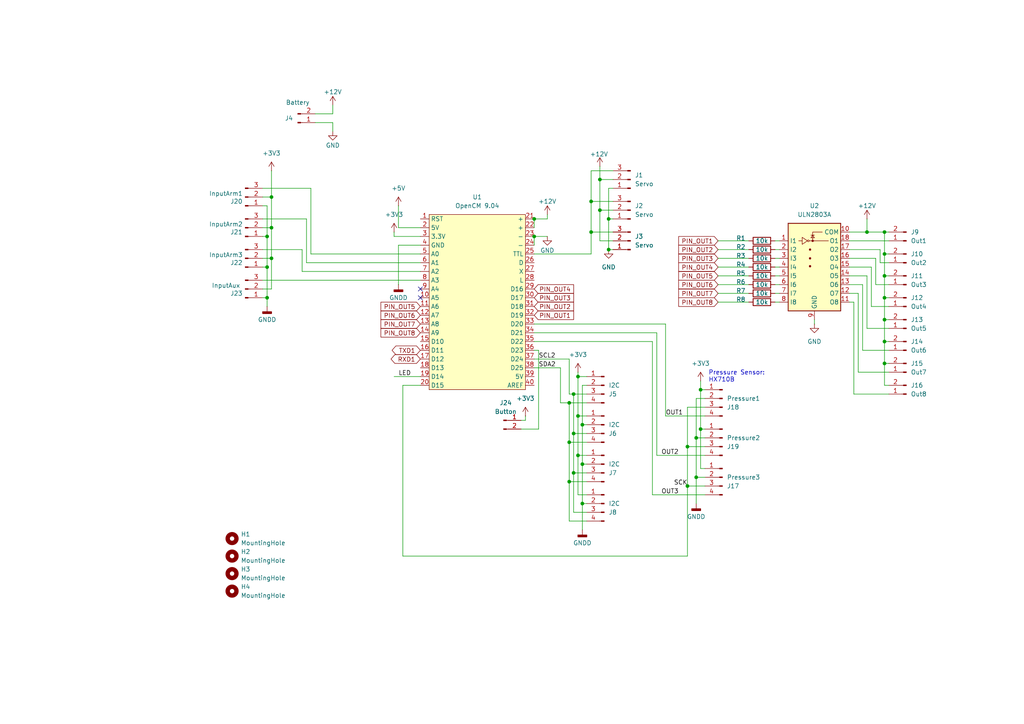
<source format=kicad_sch>
(kicad_sch (version 20231120) (generator "eeschema") (generator_version "8.0")
  (paper "A4")
  (lib_symbols
    (symbol "Connector:Conn_01x02_Pin" (pin_names (offset 1.016) hide)
      (property "Reference" "J" (at 0 2.54 0))
      (property "Value" "Conn_01x02_Pin" (at 0 -5.08 0))
      (symbol "Conn_01x02_Pin_1_1"
        (polyline (pts (xy 1.27 -2.54) (xy 0.8636 -2.54)) (stroke (width 0.1524)))
        (polyline (pts (xy 1.27 0) (xy 0.8636 0)) (stroke (width 0.1524)))
        (rectangle (start 0.8636 -2.413) (end 0 -2.667) (stroke (width 0.1524)) (fill (type outline)))
        (rectangle (start 0.8636 0.127) (end 0 -0.127) (stroke (width 0.1524)) (fill (type outline)))
        (pin passive line (at 5.08 0 180) (length 3.81) (name "Pin_1") (number "1"))
        (pin passive line (at 5.08 -2.54 180) (length 3.81) (name "Pin_2") (number "2"))
      )
    )
    (symbol "Connector:Conn_01x03_Pin" (pin_names (offset 1.016) hide)
      (property "Reference" "J" (at 0 5.08 0))
      (property "Value" "Conn_01x03_Pin" (at 0 -5.08 0))
      (symbol "Conn_01x03_Pin_1_1"
        (polyline (pts (xy 1.27 -2.54) (xy 0.8636 -2.54)) (stroke (width 0.1524)))
        (polyline (pts (xy 1.27 0) (xy 0.8636 0)) (stroke (width 0.1524)))
        (polyline (pts (xy 1.27 2.54) (xy 0.8636 2.54)) (stroke (width 0.1524)))
        (rectangle (start 0.8636 -2.413) (end 0 -2.667) (stroke (width 0.1524)) (fill (type outline)))
        (rectangle (start 0.8636 0.127) (end 0 -0.127) (stroke (width 0.1524)) (fill (type outline)))
        (rectangle (start 0.8636 2.667) (end 0 2.413) (stroke (width 0.1524)) (fill (type outline)))
        (pin passive line (at 5.08 2.54 180) (length 3.81) (name "Pin_1") (number "1"))
        (pin passive line (at 5.08 0 180) (length 3.81) (name "Pin_2") (number "2"))
        (pin passive line (at 5.08 -2.54 180) (length 3.81) (name "Pin_3") (number "3"))
      )
    )
    (symbol "Connector:Conn_01x04_Pin" (pin_names (offset 1.016) hide)
      (property "Reference" "J" (at 0 5.08 0))
      (property "Value" "Conn_01x04_Pin" (at 0 -7.62 0))
      (symbol "Conn_01x04_Pin_1_1"
        (polyline (pts (xy 1.27 -5.08) (xy 0.8636 -5.08)) (stroke (width 0.1524)))
        (polyline (pts (xy 1.27 -2.54) (xy 0.8636 -2.54)) (stroke (width 0.1524)))
        (polyline (pts (xy 1.27 0) (xy 0.8636 0)) (stroke (width 0.1524)))
        (polyline (pts (xy 1.27 2.54) (xy 0.8636 2.54)) (stroke (width 0.1524)))
        (rectangle (start 0.8636 -4.953) (end 0 -5.207) (stroke (width 0.1524)) (fill (type outline)))
        (rectangle (start 0.8636 -2.413) (end 0 -2.667) (stroke (width 0.1524)) (fill (type outline)))
        (rectangle (start 0.8636 0.127) (end 0 -0.127) (stroke (width 0.1524)) (fill (type outline)))
        (rectangle (start 0.8636 2.667) (end 0 2.413) (stroke (width 0.1524)) (fill (type outline)))
        (pin passive line (at 5.08 2.54 180) (length 3.81) (name "Pin_1") (number "1"))
        (pin passive line (at 5.08 0 180) (length 3.81) (name "Pin_2") (number "2"))
        (pin passive line (at 5.08 -2.54 180) (length 3.81) (name "Pin_3") (number "3"))
        (pin passive line (at 5.08 -5.08 180) (length 3.81) (name "Pin_4") (number "4"))
      )
    )
    (symbol "Device:R" (pin_numbers hide) (pin_names (offset 0))
      (property "Reference" "R" (at 2.032 0 90))
      (property "Value" "R" (at 0 0 90))
      (symbol "R_0_1"
        (rectangle (start -1.016 -2.54) (end 1.016 2.54) (stroke (width 0.254)))
      )
      (symbol "R_1_1"
        (pin passive line (at 0 3.81 270) (length 1.27) (name "~") (number "1"))
        (pin passive line (at 0 -3.81 90) (length 1.27) (name "~") (number "2"))
      )
    )
    (symbol "Mechanical:MountingHole" (pin_names (offset 1.016)) (exclude_from_sim yes) (in_bom no)
      (property "Reference" "H" (at 0 5.08 0))
      (property "Value" "MountingHole" (at 0 3.175 0))
      (symbol "MountingHole_0_1"
        (circle (center 0 0) (radius 1.27) (stroke (width 1.27)))
      )
    )
    (symbol "OpenCM:OpenCM9.04"
      (property "Reference" "U?" (at 0 0 0))
      (property "Value" "OpenCM 9.04" (at 0.254 -2.286 0))
      (symbol "OpenCM9.04_1_1"
        (rectangle (start -13.97 1.27) (end 13.97 -49.53) (fill (type background)))
        (pin input line (at -16.51 0 0) (length 2.54) (name "RST") (number "1"))
        (pin bidirectional line (at -16.51 -22.86 0) (length 2.54) (name "A5") (number "10"))
        (pin bidirectional line (at -16.51 -25.4 0) (length 2.54) (name "A6") (number "11"))
        (pin bidirectional line (at -16.51 -27.94 0) (length 2.54) (name "A7") (number "12"))
        (pin bidirectional line (at -16.51 -30.48 0) (length 2.54) (name "A8") (number "13"))
        (pin bidirectional line (at -16.51 -33.02 0) (length 2.54) (name "A9") (number "14"))
        (pin bidirectional line (at -16.51 -35.56 0) (length 2.54) (name "D10") (number "15"))
        (pin bidirectional line (at -16.51 -38.1 0) (length 2.54) (name "D11") (number "16"))
        (pin bidirectional line (at -16.51 -40.64 0) (length 2.54) (name "D12") (number "17"))
        (pin bidirectional line (at -16.51 -43.18 0) (length 2.54) (name "D13") (number "18"))
        (pin bidirectional line (at -16.51 -45.72 0) (length 2.54) (name "D14") (number "19"))
        (pin power_out line (at -16.51 -2.54 0) (length 2.54) (name "5V") (number "2"))
        (pin bidirectional line (at -16.51 -48.26 0) (length 2.54) (name "D15") (number "20"))
        (pin power_in line (at 16.51 0 180) (length 2.54) (name "+") (number "21"))
        (pin power_in line (at 16.51 -2.54 180) (length 2.54) (name "+") (number "22"))
        (pin power_in line (at 16.51 -5.08 180) (length 2.54) (name "-") (number "23"))
        (pin power_in line (at 16.51 -7.62 180) (length 2.54) (name "-") (number "24"))
        (pin bidirectional line (at 16.51 -10.16 180) (length 2.54) (name "TTL") (number "25"))
        (pin bidirectional line (at 16.51 -12.7 180) (length 2.54) (name "D") (number "26"))
        (pin bidirectional line (at 16.51 -15.24 180) (length 2.54) (name "X") (number "27"))
        (pin bidirectional line (at 16.51 -17.78 180) (length 2.54) (name "L") (number "28"))
        (pin bidirectional line (at 16.51 -20.32 180) (length 2.54) (name "D16") (number "29"))
        (pin power_out line (at -16.51 -5.08 0) (length 2.54) (name "3.3V") (number "3"))
        (pin bidirectional line (at 16.51 -22.86 180) (length 2.54) (name "D17") (number "30"))
        (pin bidirectional line (at 16.51 -25.4 180) (length 2.54) (name "D18") (number "31"))
        (pin bidirectional line (at 16.51 -27.94 180) (length 2.54) (name "D19") (number "32"))
        (pin bidirectional line (at 16.51 -30.48 180) (length 2.54) (name "D20") (number "33"))
        (pin bidirectional line (at 16.51 -33.02 180) (length 2.54) (name "D21") (number "34"))
        (pin bidirectional line (at 16.51 -35.56 180) (length 2.54) (name "D22") (number "35"))
        (pin bidirectional line (at 16.51 -38.1 180) (length 2.54) (name "D23") (number "36"))
        (pin bidirectional line (at 16.51 -40.64 180) (length 2.54) (name "D24") (number "37"))
        (pin bidirectional line (at 16.51 -43.18 180) (length 2.54) (name "D25") (number "38"))
        (pin power_out line (at 16.51 -45.72 180) (length 2.54) (name "5V") (number "39"))
        (pin power_in line (at -16.51 -7.62 0) (length 2.54) (name "GND") (number "4"))
        (pin bidirectional line (at 16.51 -48.26 180) (length 2.54) (name "AREF") (number "40"))
        (pin bidirectional line (at -16.51 -10.16 0) (length 2.54) (name "A0") (number "5"))
        (pin bidirectional line (at -16.51 -12.7 0) (length 2.54) (name "A1") (number "6"))
        (pin bidirectional line (at -16.51 -15.24 0) (length 2.54) (name "A2") (number "7"))
        (pin bidirectional line (at -16.51 -17.78 0) (length 2.54) (name "A3") (number "8"))
        (pin bidirectional line (at -16.51 -20.32 0) (length 2.54) (name "A4") (number "9"))
      )
    )
    (symbol "Transistor_Array:ULN2803A"
      (property "Reference" "U" (at 0 13.335 0))
      (property "Value" "ULN2803A" (at 0 11.43 0))
      (symbol "ULN2803A_0_1"
        (rectangle (start -7.62 -15.24) (end 7.62 10.16) (stroke (width 0.254)) (fill (type background)))
        (circle (center -1.778 5.08) (radius 0.254))
        (circle (center -1.27 -2.286) (radius 0.254) (fill (type outline)))
        (circle (center -1.27 0) (radius 0.254) (fill (type outline)))
        (circle (center -1.27 2.54) (radius 0.254) (fill (type outline)))
        (circle (center -0.508 5.08) (radius 0.254) (fill (type outline)))
        (polyline (pts (xy -4.572 5.08) (xy -3.556 5.08)))
        (polyline (pts (xy -1.524 5.08) (xy 4.064 5.08)))
        (polyline (pts (xy 0 6.731) (xy -1.016 6.731)))
        (polyline (pts (xy -0.508 5.08) (xy -0.508 7.62) (xy 2.286 7.62)))
        (polyline (pts (xy -3.556 6.096) (xy -3.556 4.064) (xy -2.032 5.08) (xy -3.556 6.096)))
        (polyline (pts (xy 0 5.969) (xy -1.016 5.969) (xy -0.508 6.731) (xy 0 5.969)))
      )
      (symbol "ULN2803A_1_1"
        (pin input line (at -10.16 5.08 0) (length 2.54) (name "I1") (number "1"))
        (pin passive line (at 10.16 7.62 180) (length 2.54) (name "COM") (number "10"))
        (pin open_collector line (at 10.16 -12.7 180) (length 2.54) (name "O8") (number "11"))
        (pin open_collector line (at 10.16 -10.16 180) (length 2.54) (name "O7") (number "12"))
        (pin open_collector line (at 10.16 -7.62 180) (length 2.54) (name "O6") (number "13"))
        (pin open_collector line (at 10.16 -5.08 180) (length 2.54) (name "O5") (number "14"))
        (pin open_collector line (at 10.16 -2.54 180) (length 2.54) (name "O4") (number "15"))
        (pin open_collector line (at 10.16 0 180) (length 2.54) (name "O3") (number "16"))
        (pin open_collector line (at 10.16 2.54 180) (length 2.54) (name "O2") (number "17"))
        (pin open_collector line (at 10.16 5.08 180) (length 2.54) (name "O1") (number "18"))
        (pin input line (at -10.16 2.54 0) (length 2.54) (name "I2") (number "2"))
        (pin input line (at -10.16 0 0) (length 2.54) (name "I3") (number "3"))
        (pin input line (at -10.16 -2.54 0) (length 2.54) (name "I4") (number "4"))
        (pin input line (at -10.16 -5.08 0) (length 2.54) (name "I5") (number "5"))
        (pin input line (at -10.16 -7.62 0) (length 2.54) (name "I6") (number "6"))
        (pin input line (at -10.16 -10.16 0) (length 2.54) (name "I7") (number "7"))
        (pin input line (at -10.16 -12.7 0) (length 2.54) (name "I8") (number "8"))
        (pin power_in line (at 0 -17.78 90) (length 2.54) (name "GND") (number "9"))
      )
    )
    (symbol "power:+12V" (power) (pin_numbers hide) (pin_names (offset 0) hide)
      (property "Value" "+12V" (at 0 3.556 0))
      (symbol "+12V_0_1"
        (polyline (pts (xy -0.762 1.27) (xy 0 2.54)))
        (polyline (pts (xy 0 0) (xy 0 2.54)))
        (polyline (pts (xy 0 2.54) (xy 0.762 1.27)))
      )
      (symbol "+12V_1_1"
        (pin power_in line (at 0 0 90) (length 0) (name "~") (number "1"))
      )
    )
    (symbol "power:+3V3" (power) (pin_numbers hide) (pin_names (offset 0) hide)
      (property "Value" "+3V3" (at 0 3.556 0))
      (symbol "+3V3_0_1"
        (polyline (pts (xy -0.762 1.27) (xy 0 2.54)))
        (polyline (pts (xy 0 0) (xy 0 2.54)))
        (polyline (pts (xy 0 2.54) (xy 0.762 1.27)))
      )
      (symbol "+3V3_1_1"
        (pin power_in line (at 0 0 90) (length 0) (name "~") (number "1"))
      )
    )
    (symbol "power:+5V" (power) (pin_numbers hide) (pin_names (offset 0) hide)
      (property "Value" "+5V" (at 0 3.556 0))
      (symbol "+5V_0_1"
        (polyline (pts (xy -0.762 1.27) (xy 0 2.54)))
        (polyline (pts (xy 0 0) (xy 0 2.54)))
        (polyline (pts (xy 0 2.54) (xy 0.762 1.27)))
      )
      (symbol "+5V_1_1"
        (pin power_in line (at 0 0 90) (length 0) (name "~") (number "1"))
      )
    )
    (symbol "power:GND" (power) (pin_numbers hide) (pin_names (offset 0) hide)
      (property "Value" "GND" (at 0 -3.81 0))
      (symbol "GND_0_1"
        (polyline (pts (xy 0 0) (xy 0 -1.27) (xy 1.27 -1.27) (xy 0 -2.54) (xy -1.27 -1.27) (xy 0 -1.27)))
      )
      (symbol "GND_1_1"
        (pin power_in line (at 0 0 270) (length 0) (name "~") (number "1"))
      )
    )
    (symbol "power:GNDD" (power) (pin_numbers hide) (pin_names (offset 0) hide)
      (property "Value" "GNDD" (at 0 -3.175 0))
      (symbol "GNDD_0_1"
        (rectangle (start -1.27 -1.524) (end 1.27 -2.032) (stroke (width 0.254)) (fill (type outline)))
        (polyline (pts (xy 0 0) (xy 0 -1.524)))
      )
      (symbol "GNDD_1_1"
        (pin power_in line (at 0 0 270) (length 0) (name "~") (number "1"))
      )
    )
  )
  (junction (at 165.1 128.27))
  (junction (at 256.54 73.66))
  (junction (at 256.54 99.06))
  (junction (at 168.91 134.62))
  (junction (at 165.1 116.84))
  (junction (at 256.54 80.01))
  (junction (at 165.1 139.7))
  (junction (at 176.53 63.5))
  (junction (at 256.54 86.36))
  (junction (at 201.93 138.43))
  (junction (at 166.37 125.73))
  (junction (at 78.74 57.15))
  (junction (at 176.53 72.39))
  (junction (at 201.93 127))
  (junction (at 168.91 123.19))
  (junction (at 171.45 67.31))
  (junction (at 171.45 58.42))
  (junction (at 77.47 68.58))
  (junction (at 166.37 114.3))
  (junction (at 199.39 140.97))
  (junction (at 199.39 129.54))
  (junction (at 167.64 109.22))
  (junction (at 167.64 132.08))
  (junction (at 78.74 66.04))
  (junction (at 256.54 105.41))
  (junction (at 154.94 68.58))
  (junction (at 256.54 92.71))
  (junction (at 251.46 67.31))
  (junction (at 154.94 63.5))
  (junction (at 168.91 146.05))
  (junction (at 203.2 113.03))
  (junction (at 167.64 120.65))
  (junction (at 173.99 52.07))
  (junction (at 203.2 124.46))
  (junction (at 166.37 137.16))
  (junction (at 77.47 86.36))
  (junction (at 173.99 60.96))
  (junction (at 78.74 74.93))
  (junction (at 256.54 67.31))
  (junction (at 77.47 77.47))
  (no_connect (at 121.92 86.36))
  (no_connect (at 121.92 83.82))
  (wire (pts (xy 77.47 86.36) (xy 77.47 77.47)))
  (wire (pts (xy 166.37 114.3) (xy 170.18 114.3)))
  (wire (pts (xy 203.2 113.03) (xy 203.2 124.46)))
  (wire (pts (xy 90.17 73.66) (xy 121.92 73.66)))
  (wire (pts (xy 76.2 83.82) (xy 78.74 83.82)))
  (wire (pts (xy 88.9 76.2) (xy 121.92 76.2)))
  (wire (pts (xy 76.2 63.5) (xy 88.9 63.5)))
  (wire (pts (xy 246.38 87.63) (xy 247.65 87.63)))
  (wire (pts (xy 208.28 82.55) (xy 217.17 82.55)))
  (wire (pts (xy 255.27 72.39) (xy 255.27 76.2)))
  (wire (pts (xy 114.3 109.22) (xy 121.92 109.22)))
  (wire (pts (xy 208.28 77.47) (xy 217.17 77.47)))
  (wire (pts (xy 151.13 124.46) (xy 156.21 124.46)))
  (wire (pts (xy 247.65 114.3) (xy 247.65 87.63)))
  (wire (pts (xy 257.81 111.76) (xy 256.54 111.76)))
  (wire (pts (xy 189.23 99.06) (xy 154.94 99.06)))
  (wire (pts (xy 162.56 116.84) (xy 165.1 116.84)))
  (wire (pts (xy 204.47 118.11) (xy 199.39 118.11)))
  (wire (pts (xy 236.22 92.71) (xy 236.22 93.98)))
  (wire (pts (xy 170.18 148.59) (xy 166.37 148.59)))
  (wire (pts (xy 165.1 128.27) (xy 170.18 128.27)))
  (wire (pts (xy 76.2 59.69) (xy 77.47 59.69)))
  (wire (pts (xy 170.18 137.16) (xy 166.37 137.16)))
  (wire (pts (xy 248.92 107.95) (xy 257.81 107.95)))
  (wire (pts (xy 256.54 80.01) (xy 256.54 73.66)))
  (wire (pts (xy 166.37 137.16) (xy 166.37 125.73)))
  (wire (pts (xy 190.5 132.08) (xy 204.47 132.08)))
  (wire (pts (xy 257.81 114.3) (xy 247.65 114.3)))
  (wire (pts (xy 224.79 74.93) (xy 226.06 74.93)))
  (wire (pts (xy 76.2 81.28) (xy 121.92 81.28)))
  (wire (pts (xy 173.99 69.85) (xy 177.8 69.85)))
  (wire (pts (xy 96.52 33.02) (xy 91.44 33.02)))
  (wire (pts (xy 224.79 80.01) (xy 226.06 80.01)))
  (wire (pts (xy 248.92 85.09) (xy 248.92 107.95)))
  (wire (pts (xy 78.74 57.15) (xy 78.74 49.53)))
  (wire (pts (xy 246.38 74.93) (xy 254 74.93)))
  (wire (pts (xy 201.93 138.43) (xy 201.93 127)))
  (wire (pts (xy 154.94 68.58) (xy 154.94 71.12)))
  (wire (pts (xy 114.3 68.58) (xy 121.92 68.58)))
  (wire (pts (xy 116.84 161.29) (xy 199.39 161.29)))
  (wire (pts (xy 165.1 116.84) (xy 170.18 116.84)))
  (wire (pts (xy 78.74 66.04) (xy 76.2 66.04)))
  (wire (pts (xy 96.52 35.56) (xy 96.52 38.1)))
  (wire (pts (xy 208.28 72.39) (xy 217.17 72.39)))
  (wire (pts (xy 166.37 114.3) (xy 166.37 125.73)))
  (wire (pts (xy 78.74 74.93) (xy 78.74 83.82)))
  (wire (pts (xy 171.45 49.53) (xy 171.45 58.42)))
  (wire (pts (xy 77.47 77.47) (xy 76.2 77.47)))
  (wire (pts (xy 176.53 63.5) (xy 177.8 63.5)))
  (wire (pts (xy 154.94 93.98) (xy 193.04 93.98)))
  (wire (pts (xy 251.46 95.25) (xy 251.46 80.01)))
  (wire (pts (xy 151.13 121.92) (xy 152.4 121.92)))
  (wire (pts (xy 252.73 88.9) (xy 257.81 88.9)))
  (wire (pts (xy 177.8 49.53) (xy 171.45 49.53)))
  (wire (pts (xy 168.91 111.76) (xy 170.18 111.76)))
  (wire (pts (xy 165.1 116.84) (xy 165.1 128.27)))
  (wire (pts (xy 96.52 30.48) (xy 96.52 33.02)))
  (wire (pts (xy 203.2 110.49) (xy 203.2 113.03)))
  (wire (pts (xy 203.2 124.46) (xy 203.2 135.89)))
  (wire (pts (xy 251.46 67.31) (xy 256.54 67.31)))
  (wire (pts (xy 254 82.55) (xy 254 74.93)))
  (wire (pts (xy 176.53 72.39) (xy 176.53 63.5)))
  (wire (pts (xy 224.79 69.85) (xy 226.06 69.85)))
  (wire (pts (xy 78.74 57.15) (xy 78.74 66.04)))
  (wire (pts (xy 256.54 99.06) (xy 256.54 92.71)))
  (wire (pts (xy 154.94 101.6) (xy 156.21 101.6)))
  (wire (pts (xy 176.53 63.5) (xy 176.53 54.61)))
  (wire (pts (xy 173.99 60.96) (xy 173.99 69.85)))
  (wire (pts (xy 116.84 111.76) (xy 116.84 161.29)))
  (wire (pts (xy 246.38 77.47) (xy 252.73 77.47)))
  (wire (pts (xy 257.81 82.55) (xy 254 82.55)))
  (wire (pts (xy 246.38 69.85) (xy 257.81 69.85)))
  (wire (pts (xy 77.47 68.58) (xy 76.2 68.58)))
  (wire (pts (xy 189.23 143.51) (xy 189.23 99.06)))
  (wire (pts (xy 256.54 92.71) (xy 256.54 86.36)))
  (wire (pts (xy 167.64 120.65) (xy 167.64 109.22)))
  (wire (pts (xy 154.94 104.14) (xy 165.1 104.14)))
  (wire (pts (xy 77.47 86.36) (xy 77.47 88.9)))
  (wire (pts (xy 224.79 72.39) (xy 226.06 72.39)))
  (wire (pts (xy 77.47 68.58) (xy 77.47 77.47)))
  (wire (pts (xy 87.63 72.39) (xy 76.2 72.39)))
  (wire (pts (xy 199.39 129.54) (xy 199.39 140.97)))
  (wire (pts (xy 257.81 95.25) (xy 251.46 95.25)))
  (wire (pts (xy 251.46 63.5) (xy 251.46 67.31)))
  (wire (pts (xy 171.45 58.42) (xy 177.8 58.42)))
  (wire (pts (xy 167.64 143.51) (xy 167.64 132.08)))
  (wire (pts (xy 208.28 74.93) (xy 217.17 74.93)))
  (wire (pts (xy 165.1 114.3) (xy 165.1 104.14)))
  (wire (pts (xy 256.54 86.36) (xy 257.81 86.36)))
  (wire (pts (xy 115.57 71.12) (xy 121.92 71.12)))
  (wire (pts (xy 76.2 86.36) (xy 77.47 86.36)))
  (wire (pts (xy 171.45 67.31) (xy 171.45 58.42)))
  (wire (pts (xy 154.94 96.52) (xy 190.5 96.52)))
  (wire (pts (xy 166.37 114.3) (xy 165.1 114.3)))
  (wire (pts (xy 201.93 146.05) (xy 201.93 138.43)))
  (wire (pts (xy 256.54 111.76) (xy 256.54 105.41)))
  (wire (pts (xy 224.79 77.47) (xy 226.06 77.47)))
  (wire (pts (xy 171.45 73.66) (xy 171.45 67.31)))
  (wire (pts (xy 224.79 82.55) (xy 226.06 82.55)))
  (wire (pts (xy 170.18 120.65) (xy 167.64 120.65)))
  (wire (pts (xy 201.93 115.57) (xy 204.47 115.57)))
  (wire (pts (xy 78.74 66.04) (xy 78.74 74.93)))
  (wire (pts (xy 204.47 143.51) (xy 189.23 143.51)))
  (wire (pts (xy 156.21 101.6) (xy 156.21 124.46)))
  (wire (pts (xy 115.57 82.55) (xy 115.57 71.12)))
  (wire (pts (xy 251.46 80.01) (xy 246.38 80.01)))
  (wire (pts (xy 167.64 109.22) (xy 167.64 107.95)))
  (wire (pts (xy 256.54 67.31) (xy 257.81 67.31)))
  (wire (pts (xy 224.79 85.09) (xy 226.06 85.09)))
  (wire (pts (xy 208.28 85.09) (xy 217.17 85.09)))
  (wire (pts (xy 167.64 132.08) (xy 167.64 120.65)))
  (wire (pts (xy 250.19 101.6) (xy 257.81 101.6)))
  (wire (pts (xy 256.54 86.36) (xy 256.54 80.01)))
  (wire (pts (xy 154.94 68.58) (xy 158.75 68.58)))
  (wire (pts (xy 165.1 151.13) (xy 165.1 139.7)))
  (wire (pts (xy 199.39 118.11) (xy 199.39 129.54)))
  (wire (pts (xy 176.53 54.61) (xy 177.8 54.61)))
  (wire (pts (xy 201.93 127) (xy 201.93 115.57)))
  (wire (pts (xy 173.99 60.96) (xy 177.8 60.96)))
  (wire (pts (xy 165.1 139.7) (xy 165.1 128.27)))
  (wire (pts (xy 199.39 161.29) (xy 199.39 140.97)))
  (wire (pts (xy 168.91 134.62) (xy 168.91 123.19)))
  (wire (pts (xy 76.2 57.15) (xy 78.74 57.15)))
  (wire (pts (xy 168.91 146.05) (xy 168.91 153.67)))
  (wire (pts (xy 177.8 72.39) (xy 176.53 72.39)))
  (wire (pts (xy 162.56 106.68) (xy 154.94 106.68)))
  (wire (pts (xy 76.2 54.61) (xy 90.17 54.61)))
  (wire (pts (xy 256.54 99.06) (xy 257.81 99.06)))
  (wire (pts (xy 201.93 127) (xy 204.47 127)))
  (wire (pts (xy 190.5 96.52) (xy 190.5 132.08)))
  (wire (pts (xy 193.04 120.65) (xy 204.47 120.65)))
  (wire (pts (xy 177.8 52.07) (xy 173.99 52.07)))
  (wire (pts (xy 208.28 87.63) (xy 217.17 87.63)))
  (wire (pts (xy 170.18 151.13) (xy 165.1 151.13)))
  (wire (pts (xy 158.75 63.5) (xy 158.75 62.23)))
  (wire (pts (xy 90.17 54.61) (xy 90.17 73.66)))
  (wire (pts (xy 246.38 72.39) (xy 255.27 72.39)))
  (wire (pts (xy 154.94 73.66) (xy 171.45 73.66)))
  (wire (pts (xy 173.99 52.07) (xy 173.99 48.26)))
  (wire (pts (xy 87.63 78.74) (xy 121.92 78.74)))
  (wire (pts (xy 173.99 52.07) (xy 173.99 60.96)))
  (wire (pts (xy 204.47 124.46) (xy 203.2 124.46)))
  (wire (pts (xy 154.94 63.5) (xy 158.75 63.5)))
  (wire (pts (xy 152.4 121.92) (xy 152.4 120.65)))
  (wire (pts (xy 115.57 59.69) (xy 115.57 66.04)))
  (wire (pts (xy 87.63 72.39) (xy 87.63 78.74)))
  (wire (pts (xy 168.91 123.19) (xy 170.18 123.19)))
  (wire (pts (xy 170.18 125.73) (xy 166.37 125.73)))
  (wire (pts (xy 204.47 113.03) (xy 203.2 113.03)))
  (wire (pts (xy 78.74 74.93) (xy 76.2 74.93)))
  (wire (pts (xy 165.1 139.7) (xy 170.18 139.7)))
  (wire (pts (xy 246.38 67.31) (xy 251.46 67.31)))
  (wire (pts (xy 256.54 73.66) (xy 257.81 73.66)))
  (wire (pts (xy 252.73 77.47) (xy 252.73 88.9)))
  (wire (pts (xy 121.92 111.76) (xy 116.84 111.76)))
  (wire (pts (xy 166.37 148.59) (xy 166.37 137.16)))
  (wire (pts (xy 168.91 146.05) (xy 168.91 134.62)))
  (wire (pts (xy 255.27 76.2) (xy 257.81 76.2)))
  (wire (pts (xy 199.39 140.97) (xy 204.47 140.97)))
  (wire (pts (xy 203.2 135.89) (xy 204.47 135.89)))
  (wire (pts (xy 170.18 146.05) (xy 168.91 146.05)))
  (wire (pts (xy 170.18 132.08) (xy 167.64 132.08)))
  (wire (pts (xy 256.54 73.66) (xy 256.54 67.31)))
  (wire (pts (xy 246.38 85.09) (xy 248.92 85.09)))
  (wire (pts (xy 256.54 105.41) (xy 257.81 105.41)))
  (wire (pts (xy 115.57 66.04) (xy 121.92 66.04)))
  (wire (pts (xy 88.9 63.5) (xy 88.9 76.2)))
  (wire (pts (xy 199.39 129.54) (xy 204.47 129.54)))
  (wire (pts (xy 168.91 123.19) (xy 168.91 111.76)))
  (wire (pts (xy 201.93 138.43) (xy 204.47 138.43)))
  (wire (pts (xy 208.28 80.01) (xy 217.17 80.01)))
  (wire (pts (xy 256.54 80.01) (xy 257.81 80.01)))
  (wire (pts (xy 162.56 116.84) (xy 162.56 106.68)))
  (wire (pts (xy 256.54 105.41) (xy 256.54 99.06)))
  (wire (pts (xy 170.18 109.22) (xy 167.64 109.22)))
  (wire (pts (xy 170.18 143.51) (xy 167.64 143.51)))
  (wire (pts (xy 114.3 67.31) (xy 114.3 68.58)))
  (wire (pts (xy 177.8 67.31) (xy 171.45 67.31)))
  (wire (pts (xy 246.38 82.55) (xy 250.19 82.55)))
  (wire (pts (xy 224.79 87.63) (xy 226.06 87.63)))
  (wire (pts (xy 154.94 63.5) (xy 154.94 66.04)))
  (wire (pts (xy 250.19 82.55) (xy 250.19 101.6)))
  (wire (pts (xy 193.04 120.65) (xy 193.04 93.98)))
  (wire (pts (xy 77.47 59.69) (xy 77.47 68.58)))
  (wire (pts (xy 256.54 92.71) (xy 257.81 92.71)))
  (wire (pts (xy 168.91 134.62) (xy 170.18 134.62)))
  (wire (pts (xy 208.28 69.85) (xy 217.17 69.85)))
  (wire (pts (xy 91.44 35.56) (xy 96.52 35.56)))
  (text "Pressure Sensor:\nHX710B" (at 205.486 109.22 0) (effects (font (size 1.27 1.27)) (justify left)))
  (label "SCK" (at 199.39 140.97 180))
  (label "OUT3" (at 196.85 143.51 180))
  (label "LED" (at 115.57 109.22 0))
  (label "OUT1" (at 198.12 120.65 180))
  (label "SCL2" (at 156.21 104.14 0))
  (label "SDA2" (at 156.21 106.68 0))
  (label "OUT2" (at 196.85 132.08 180))
  (global_label "PIN_OUT2" (shape input) (at 154.94 88.9 0) (property "Intersheetrefs" "${INTERSHEET_REFS}" (effects (hide yes))))
  (global_label "PIN_OUT1" (shape input) (at 154.94 91.44 0) (property "Intersheetrefs" "${INTERSHEET_REFS}" (effects (hide yes))))
  (global_label "PIN_OUT3" (shape input) (at 208.28 74.93 180) (property "Intersheetrefs" "${INTERSHEET_REFS}" (effects (hide yes))))
  (global_label "TXD1" (shape bidirectional) (at 121.92 101.6 180) (property "Intersheetrefs" "${INTERSHEET_REFS}" (effects (hide yes))))
  (global_label "PIN_OUT7" (shape input) (at 121.92 93.98 180) (property "Intersheetrefs" "${INTERSHEET_REFS}" (effects (hide yes))))
  (global_label "PIN_OUT4" (shape input) (at 154.94 83.82 0) (property "Intersheetrefs" "${INTERSHEET_REFS}" (effects (hide yes))))
  (global_label "PIN_OUT6" (shape input) (at 121.92 91.44 180) (property "Intersheetrefs" "${INTERSHEET_REFS}" (effects (hide yes))))
  (global_label "PIN_OUT3" (shape input) (at 154.94 86.36 0) (property "Intersheetrefs" "${INTERSHEET_REFS}" (effects (hide yes))))
  (global_label "PIN_OUT4" (shape input) (at 208.28 77.47 180) (property "Intersheetrefs" "${INTERSHEET_REFS}" (effects (hide yes))))
  (global_label "PIN_OUT5" (shape input) (at 121.92 88.9 180) (property "Intersheetrefs" "${INTERSHEET_REFS}" (effects (hide yes))))
  (global_label "PIN_OUT5" (shape input) (at 208.28 80.01 180) (property "Intersheetrefs" "${INTERSHEET_REFS}" (effects (hide yes))))
  (global_label "RXD1" (shape bidirectional) (at 121.92 104.14 180) (property "Intersheetrefs" "${INTERSHEET_REFS}" (effects (hide yes))))
  (global_label "PIN_OUT2" (shape input) (at 208.28 72.39 180) (property "Intersheetrefs" "${INTERSHEET_REFS}" (effects (hide yes))))
  (global_label "PIN_OUT8" (shape input) (at 208.28 87.63 180) (property "Intersheetrefs" "${INTERSHEET_REFS}" (effects (hide yes))))
  (global_label "PIN_OUT7" (shape input) (at 208.28 85.09 180) (property "Intersheetrefs" "${INTERSHEET_REFS}" (effects (hide yes))))
  (global_label "PIN_OUT6" (shape input) (at 208.28 82.55 180) (property "Intersheetrefs" "${INTERSHEET_REFS}" (effects (hide yes))))
  (global_label "PIN_OUT8" (shape input) (at 121.92 96.52 180) (property "Intersheetrefs" "${INTERSHEET_REFS}" (effects (hide yes))))
  (global_label "PIN_OUT1" (shape input) (at 208.28 69.85 180) (property "Intersheetrefs" "${INTERSHEET_REFS}" (effects (hide yes))))
  (symbol (lib_id "Device:R") (at 220.98 74.93 90) (unit 1)
    (property "Reference" "R3" (at 214.884 74.168 90))
    (property "Value" "10k" (at 220.98 74.93 90))
    (property "Footprint" "Resistor_SMD:R_0603_1608Metric" (effects (hide yes)))
    (property "Description" "Resistor" (effects (hide yes)))
  )
  (symbol (lib_id "Device:R") (at 220.98 80.01 90) (unit 1)
    (property "Reference" "R5" (at 214.884 79.248 90))
    (property "Value" "10k" (at 220.98 80.01 90))
    (property "Footprint" "Resistor_SMD:R_0603_1608Metric" (effects (hide yes)))
    (property "Description" "Resistor" (effects (hide yes)))
  )
  (symbol (lib_id "Connector:Conn_01x04_Pin") (at 175.26 111.76 0) (mirror y) (unit 1)
    (property "Reference" "J5" (at 176.53 114.3001 0) (effects (justify right)))
    (property "Value" "I2C" (at 176.53 111.7601 0) (effects (justify right)))
    (property "Footprint" "Connector_JST:JST_XH_B4B-XH-A_1x04_P2.50mm_Vertical" (effects (hide yes)))
    (property "Description" "Generic connector, single row, 01x04, script generated" (effects (hide yes)))
  )
  (symbol (lib_id "power:+5V") (at 115.57 59.69 0) (unit 1)
    (property "Reference" "#PWR04" (effects (hide yes)))
    (property "Value" "+5V" (at 115.57 54.61 0))
    (property "Description" "Power symbol creates a global label with name \"+5V\"" (effects (hide yes)))
  )
  (symbol (lib_id "power:GNDD") (at 77.47 88.9 0) (unit 1)
    (property "Reference" "#PWR017" (effects (hide yes)))
    (property "Value" "GNDD" (at 77.47 92.71 0))
    (property "Description" "Power symbol creates a global label with name \"GNDD\" , digital ground" (effects (hide yes)))
  )
  (symbol (lib_id "power:GNDD") (at 168.91 153.67 0) (unit 1)
    (property "Reference" "#PWR013" (effects (hide yes)))
    (property "Value" "GNDD" (at 168.91 157.48 0))
    (property "Description" "Power symbol creates a global label with name \"GNDD\" , digital ground" (effects (hide yes)))
  )
  (symbol (lib_id "Connector:Conn_01x02_Pin") (at 86.36 35.56 0) (mirror x) (unit 1)
    (property "Reference" "J4" (at 83.82 34.29 0))
    (property "Value" "Battery" (at 86.36 29.718 0))
    (property "Footprint" "Connector_AMASS:AMASS_XT30PW-M_1x02_P2.50mm_Horizontal" (effects (hide yes)))
    (property "Description" "Generic connector, single row, 01x02, script generated" (effects (hide yes)))
  )
  (symbol (lib_id "power:+3V3") (at 78.74 49.53 0) (unit 1)
    (property "Reference" "#PWR016" (effects (hide yes)))
    (property "Value" "+3V3" (at 78.74 44.45 0))
    (property "Description" "Power symbol creates a global label with name \"+3V3\"" (effects (hide yes)))
  )
  (symbol (lib_id "Transistor_Array:ULN2803A") (at 236.22 74.93 0) (unit 1)
    (property "Reference" "U2" (at 236.22 59.69 0))
    (property "Value" "ULN2803A" (at 236.22 62.23 0))
    (property "Footprint" "Package_SO:SOIC-18W_7.5x11.6mm_P1.27mm" (effects (hide yes)))
    (property "Datasheet" "http://www.ti.com/lit/ds/symlink/uln2803a.pdf" (effects (hide yes)))
    (property "Description" "Darlington Transistor Arrays, SOIC18/DIP18" (effects (hide yes)))
  )
  (symbol (lib_id "OpenCM:OpenCM9.04") (at 138.43 63.5 0) (unit 1)
    (property "Reference" "U1" (at 138.43 57.15 0))
    (property "Value" "OpenCM 9.04" (at 138.43 59.69 0))
    (property "Footprint" "OpenCM:OpenCM9.04" (effects (hide yes)))
    (property "Datasheet" "https://emanual.robotis.com/docs/en/parts/controller/opencm904/" (effects (hide yes)))
  )
  (symbol (lib_id "power:+3V3") (at 167.64 107.95 0) (unit 1)
    (property "Reference" "#PWR012" (effects (hide yes)))
    (property "Value" "+3V3" (at 167.64 102.87 0))
    (property "Description" "Power symbol creates a global label with name \"+3V3\"" (effects (hide yes)))
  )
  (symbol (lib_id "Connector:Conn_01x03_Pin") (at 182.88 69.85 180) (unit 1)
    (property "Reference" "J3" (at 184.15 68.5799 0) (effects (justify right)))
    (property "Value" "Servo" (at 184.15 71.1199 0) (effects (justify right)))
    (property "Footprint" "Connector_JST:JST_EH_B3B-EH-A_1x03_P2.50mm_Vertical" (effects (hide yes)))
    (property "Description" "Generic connector, single row, 01x03, script generated" (effects (hide yes)))
  )
  (symbol (lib_id "Connector:Conn_01x02_Pin") (at 262.89 82.55 180) (unit 1)
    (property "Reference" "J11" (at 264.16 80.0099 0) (effects (justify right)))
    (property "Value" "Out3" (at 264.16 82.5499 0) (effects (justify right)))
    (property "Footprint" "Connector_JST:JST_XH_B2B-XH-A_1x02_P2.50mm_Vertical" (effects (hide yes)))
    (property "Description" "Generic connector, single row, 01x02, script generated" (effects (hide yes)))
  )
  (symbol (lib_id "power:GND") (at 176.53 72.39 0) (unit 1)
    (property "Reference" "#PWR06" (effects (hide yes)))
    (property "Value" "GND" (at 176.53 77.47 0))
    (property "Description" "Power symbol creates a global label with name \"GND\" , ground" (effects (hide yes)))
  )
  (symbol (lib_id "Connector:Conn_01x02_Pin") (at 262.89 69.85 180) (unit 1)
    (property "Reference" "J9" (at 264.16 67.3099 0) (effects (justify right)))
    (property "Value" "Out1" (at 264.16 69.8499 0) (effects (justify right)))
    (property "Footprint" "Connector_JST:JST_XH_B2B-XH-A_1x02_P2.50mm_Vertical" (effects (hide yes)))
    (property "Description" "Generic connector, single row, 01x02, script generated" (effects (hide yes)))
  )
  (symbol (lib_id "Device:R") (at 220.98 77.47 90) (unit 1)
    (property "Reference" "R4" (at 214.884 76.708 90))
    (property "Value" "10k" (at 220.98 77.47 90))
    (property "Footprint" "Resistor_SMD:R_0603_1608Metric" (effects (hide yes)))
    (property "Description" "Resistor" (effects (hide yes)))
  )
  (symbol (lib_id "Device:R") (at 220.98 85.09 90) (unit 1)
    (property "Reference" "R7" (at 214.884 84.328 90))
    (property "Value" "10k" (at 220.98 85.09 90))
    (property "Footprint" "Resistor_SMD:R_0603_1608Metric" (effects (hide yes)))
    (property "Description" "Resistor" (effects (hide yes)))
  )
  (symbol (lib_id "power:GND") (at 158.75 68.58 0) (unit 1)
    (property "Reference" "#PWR01" (effects (hide yes)))
    (property "Value" "GND" (at 158.75 72.644 0))
    (property "Description" "Power symbol creates a global label with name \"GND\" , ground" (effects (hide yes)))
  )
  (symbol (lib_id "Connector:Conn_01x04_Pin") (at 175.26 123.19 0) (mirror y) (unit 1)
    (property "Reference" "J6" (at 176.53 125.7301 0) (effects (justify right)))
    (property "Value" "I2C" (at 176.53 123.1901 0) (effects (justify right)))
    (property "Footprint" "Connector_JST:JST_XH_B4B-XH-A_1x04_P2.50mm_Vertical" (effects (hide yes)))
    (property "Description" "Generic connector, single row, 01x04, script generated" (effects (hide yes)))
  )
  (symbol (lib_id "power:GND") (at 236.22 93.98 0) (unit 1)
    (property "Reference" "#PWR011" (effects (hide yes)))
    (property "Value" "GND" (at 236.22 99.06 0))
    (property "Description" "Power symbol creates a global label with name \"GND\" , ground" (effects (hide yes)))
  )
  (symbol (lib_id "power:+3V3") (at 114.3 67.31 0) (unit 1)
    (property "Reference" "#PWR03" (effects (hide yes)))
    (property "Value" "+3V3" (at 114.3 62.23 0))
    (property "Description" "Power symbol creates a global label with name \"+3V3\"" (effects (hide yes)))
  )
  (symbol (lib_id "Connector:Conn_01x03_Pin") (at 182.88 60.96 180) (unit 1)
    (property "Reference" "J2" (at 184.15 59.6899 0) (effects (justify right)))
    (property "Value" "Servo" (at 184.15 62.2299 0) (effects (justify right)))
    (property "Footprint" "Connector_JST:JST_EH_B3B-EH-A_1x03_P2.50mm_Vertical" (effects (hide yes)))
    (property "Description" "Generic connector, single row, 01x03, script generated" (effects (hide yes)))
  )
  (symbol (lib_id "Mechanical:MountingHole") (at 67.31 161.29 0) (unit 1) (exclude_from_sim yes) (in_bom no)
    (property "Reference" "H2" (at 69.85 160.0199 0) (effects (justify left)))
    (property "Value" "MountingHole" (at 69.85 162.5599 0) (effects (justify left)))
    (property "Footprint" "MountingHole:MountingHole_3.2mm_M3" (effects (hide yes)))
    (property "Description" "Mounting Hole without connection" (effects (hide yes)))
  )
  (symbol (lib_id "power:GNDD") (at 201.93 146.05 0) (mirror y) (unit 1)
    (property "Reference" "#PWR014" (effects (hide yes)))
    (property "Value" "GNDD" (at 201.93 149.86 0))
    (property "Description" "Power symbol creates a global label with name \"GNDD\" , digital ground" (effects (hide yes)))
  )
  (symbol (lib_id "power:GNDD") (at 115.57 82.55 0) (unit 1)
    (property "Reference" "#PWR02" (effects (hide yes)))
    (property "Value" "GNDD" (at 115.57 86.36 0))
    (property "Description" "Power symbol creates a global label with name \"GNDD\" , digital ground" (effects (hide yes)))
  )
  (symbol (lib_id "Connector:Conn_01x02_Pin") (at 262.89 95.25 180) (unit 1)
    (property "Reference" "J13" (at 264.16 92.7099 0) (effects (justify right)))
    (property "Value" "Out5" (at 264.16 95.2499 0) (effects (justify right)))
    (property "Footprint" "Connector_JST:JST_XH_B2B-XH-A_1x02_P2.50mm_Vertical" (effects (hide yes)))
    (property "Description" "Generic connector, single row, 01x02, script generated" (effects (hide yes)))
  )
  (symbol (lib_id "Connector:Conn_01x04_Pin") (at 209.55 115.57 0) (mirror y) (unit 1)
    (property "Reference" "J18" (at 210.82 118.1101 0) (effects (justify right)))
    (property "Value" "Pressure1" (at 210.82 115.5701 0) (effects (justify right)))
    (property "Footprint" "Connector_JST:JST_XH_B4B-XH-A_1x04_P2.50mm_Vertical" (effects (hide yes)))
    (property "Description" "Generic connector, single row, 01x04, script generated" (effects (hide yes)))
  )
  (symbol (lib_id "power:+12V") (at 96.52 30.48 0) (unit 1)
    (property "Reference" "#PWR09" (effects (hide yes)))
    (property "Value" "+12V" (at 96.52 26.67 0))
    (property "Description" "Power symbol creates a global label with name \"+12V\"" (effects (hide yes)))
  )
  (symbol (lib_id "Connector:Conn_01x02_Pin") (at 262.89 76.2 180) (unit 1)
    (property "Reference" "J10" (at 264.16 73.6599 0) (effects (justify right)))
    (property "Value" "Out2" (at 264.16 76.1999 0) (effects (justify right)))
    (property "Footprint" "Connector_JST:JST_XH_B2B-XH-A_1x02_P2.50mm_Vertical" (effects (hide yes)))
    (property "Description" "Generic connector, single row, 01x02, script generated" (effects (hide yes)))
  )
  (symbol (lib_id "Mechanical:MountingHole") (at 67.31 156.21 0) (unit 1) (exclude_from_sim yes) (in_bom no)
    (property "Reference" "H1" (at 69.85 154.9399 0) (effects (justify left)))
    (property "Value" "MountingHole" (at 69.85 157.4799 0) (effects (justify left)))
    (property "Footprint" "MountingHole:MountingHole_3.2mm_M3" (effects (hide yes)))
    (property "Description" "Mounting Hole without connection" (effects (hide yes)))
  )
  (symbol (lib_id "Connector:Conn_01x02_Pin") (at 262.89 107.95 180) (unit 1)
    (property "Reference" "J15" (at 264.16 105.4099 0) (effects (justify right)))
    (property "Value" "Out7" (at 264.16 107.9499 0) (effects (justify right)))
    (property "Footprint" "Connector_JST:JST_XH_B2B-XH-A_1x02_P2.50mm_Vertical" (effects (hide yes)))
    (property "Description" "Generic connector, single row, 01x02, script generated" (effects (hide yes)))
  )
  (symbol (lib_id "Device:R") (at 220.98 72.39 90) (unit 1)
    (property "Reference" "R2" (at 214.884 71.628 90))
    (property "Value" "10k" (at 220.98 72.39 90))
    (property "Footprint" "Resistor_SMD:R_0603_1608Metric" (effects (hide yes)))
    (property "Description" "Resistor" (effects (hide yes)))
  )
  (symbol (lib_id "Connector:Conn_01x04_Pin") (at 175.26 134.62 0) (mirror y) (unit 1)
    (property "Reference" "J7" (at 176.53 137.1601 0) (effects (justify right)))
    (property "Value" "I2C" (at 176.53 134.6201 0) (effects (justify right)))
    (property "Footprint" "Connector_JST:JST_XH_B4B-XH-A_1x04_P2.50mm_Vertical" (effects (hide yes)))
    (property "Description" "Generic connector, single row, 01x04, script generated" (effects (hide yes)))
  )
  (symbol (lib_id "Connector:Conn_01x02_Pin") (at 262.89 88.9 180) (unit 1)
    (property "Reference" "J12" (at 264.16 86.3599 0) (effects (justify right)))
    (property "Value" "Out4" (at 264.16 88.8999 0) (effects (justify right)))
    (property "Footprint" "Connector_JST:JST_XH_B2B-XH-A_1x02_P2.50mm_Vertical" (effects (hide yes)))
    (property "Description" "Generic connector, single row, 01x02, script generated" (effects (hide yes)))
  )
  (symbol (lib_id "Connector:Conn_01x03_Pin") (at 71.12 74.93 0) (mirror x) (unit 1)
    (property "Reference" "J22" (at 68.58 76.2 0))
    (property "Value" "InputArm3" (at 65.532 73.914 0))
    (property "Footprint" "Connector_JST:JST_XH_B3B-XH-A_1x03_P2.50mm_Vertical" (effects (hide yes)))
    (property "Description" "Generic connector, single row, 01x03, script generated" (effects (hide yes)))
  )
  (symbol (lib_id "Device:R") (at 220.98 69.85 90) (unit 1)
    (property "Reference" "R1" (at 214.884 69.088 90))
    (property "Value" "10k" (at 220.98 69.85 90))
    (property "Footprint" "Resistor_SMD:R_0603_1608Metric" (effects (hide yes)))
    (property "Description" "Resistor" (effects (hide yes)))
  )
  (symbol (lib_id "Connector:Conn_01x02_Pin") (at 146.05 121.92 0) (unit 1)
    (property "Reference" "J24" (at 146.685 116.84 0))
    (property "Value" "Button" (at 146.685 119.38 0))
    (property "Footprint" "Connector_JST:JST_XH_B2B-XH-A_1x02_P2.50mm_Vertical" (effects (hide yes)))
    (property "Description" "Generic connector, single row, 01x02, script generated" (effects (hide yes)))
  )
  (symbol (lib_id "Device:R") (at 220.98 87.63 90) (unit 1)
    (property "Reference" "R8" (at 214.884 86.868 90))
    (property "Value" "10k" (at 220.98 87.63 90))
    (property "Footprint" "Resistor_SMD:R_0603_1608Metric" (effects (hide yes)))
    (property "Description" "Resistor" (effects (hide yes)))
  )
  (symbol (lib_id "power:+3V3") (at 152.4 120.65 0) (unit 1)
    (property "Reference" "#PWR018" (effects (hide yes)))
    (property "Value" "+3V3" (at 152.4 115.57 0))
    (property "Description" "Power symbol creates a global label with name \"+3V3\"" (effects (hide yes)))
  )
  (symbol (lib_id "Connector:Conn_01x03_Pin") (at 71.12 83.82 0) (mirror x) (unit 1)
    (property "Reference" "J23" (at 68.58 85.09 0))
    (property "Value" "InputAux" (at 65.532 82.804 0))
    (property "Footprint" "Connector_JST:JST_XH_B3B-XH-A_1x03_P2.50mm_Vertical" (effects (hide yes)))
    (property "Description" "Generic connector, single row, 01x03, script generated" (effects (hide yes)))
  )
  (symbol (lib_id "power:+12V") (at 251.46 63.5 0) (unit 1)
    (property "Reference" "#PWR010" (effects (hide yes)))
    (property "Value" "+12V" (at 251.46 59.69 0))
    (property "Description" "Power symbol creates a global label with name \"+12V\"" (effects (hide yes)))
  )
  (symbol (lib_id "power:GND") (at 96.52 38.1 0) (unit 1)
    (property "Reference" "#PWR08" (effects (hide yes)))
    (property "Value" "GND" (at 96.52 42.164 0))
    (property "Description" "Power symbol creates a global label with name \"GND\" , ground" (effects (hide yes)))
  )
  (symbol (lib_id "Connector:Conn_01x04_Pin") (at 175.26 146.05 0) (mirror y) (unit 1)
    (property "Reference" "J8" (at 176.53 148.5901 0) (effects (justify right)))
    (property "Value" "I2C" (at 176.53 146.0501 0) (effects (justify right)))
    (property "Footprint" "Connector_JST:JST_XH_B4B-XH-A_1x04_P2.50mm_Vertical" (effects (hide yes)))
    (property "Description" "Generic connector, single row, 01x04, script generated" (effects (hide yes)))
  )
  (symbol (lib_id "Connector:Conn_01x03_Pin") (at 71.12 66.04 0) (mirror x) (unit 1)
    (property "Reference" "J21" (at 68.58 67.31 0))
    (property "Value" "InputArm2" (at 65.532 65.024 0))
    (property "Footprint" "Connector_JST:JST_XH_B3B-XH-A_1x03_P2.50mm_Vertical" (effects (hide yes)))
    (property "Description" "Generic connector, single row, 01x03, script generated" (effects (hide yes)))
  )
  (symbol (lib_id "Device:R") (at 220.98 82.55 90) (unit 1)
    (property "Reference" "R6" (at 214.884 81.788 90))
    (property "Value" "10k" (at 220.98 82.55 90))
    (property "Footprint" "Resistor_SMD:R_0603_1608Metric" (effects (hide yes)))
    (property "Description" "Resistor" (effects (hide yes)))
  )
  (symbol (lib_id "Connector:Conn_01x03_Pin") (at 182.88 52.07 180) (unit 1)
    (property "Reference" "J1" (at 184.15 50.7999 0) (effects (justify right)))
    (property "Value" "Servo" (at 184.15 53.3399 0) (effects (justify right)))
    (property "Footprint" "Connector_JST:JST_EH_B3B-EH-A_1x03_P2.50mm_Vertical" (effects (hide yes)))
    (property "Description" "Generic connector, single row, 01x03, script generated" (effects (hide yes)))
  )
  (symbol (lib_id "Connector:Conn_01x04_Pin") (at 209.55 138.43 0) (mirror y) (unit 1)
    (property "Reference" "J17" (at 210.82 140.9701 0) (effects (justify right)))
    (property "Value" "Pressure3" (at 210.82 138.4301 0) (effects (justify right)))
    (property "Footprint" "Connector_JST:JST_XH_B4B-XH-A_1x04_P2.50mm_Vertical" (effects (hide yes)))
    (property "Description" "Generic connector, single row, 01x04, script generated" (effects (hide yes)))
  )
  (symbol (lib_id "Mechanical:MountingHole") (at 67.31 171.45 0) (unit 1) (exclude_from_sim yes) (in_bom no)
    (property "Reference" "H4" (at 69.85 170.1799 0) (effects (justify left)))
    (property "Value" "MountingHole" (at 69.85 172.7199 0) (effects (justify left)))
    (property "Footprint" "MountingHole:MountingHole_3.2mm_M3" (effects (hide yes)))
    (property "Description" "Mounting Hole without connection" (effects (hide yes)))
  )
  (symbol (lib_id "power:+3V3") (at 203.2 110.49 0) (mirror y) (unit 1)
    (property "Reference" "#PWR015" (effects (hide yes)))
    (property "Value" "+3V3" (at 203.2 105.41 0))
    (property "Description" "Power symbol creates a global label with name \"+3V3\"" (effects (hide yes)))
  )
  (symbol (lib_id "Mechanical:MountingHole") (at 67.31 166.37 0) (unit 1) (exclude_from_sim yes) (in_bom no)
    (property "Reference" "H3" (at 69.85 165.0999 0) (effects (justify left)))
    (property "Value" "MountingHole" (at 69.85 167.6399 0) (effects (justify left)))
    (property "Footprint" "MountingHole:MountingHole_3.2mm_M3" (effects (hide yes)))
    (property "Description" "Mounting Hole without connection" (effects (hide yes)))
  )
  (symbol (lib_id "Connector:Conn_01x02_Pin") (at 262.89 114.3 180) (unit 1)
    (property "Reference" "J16" (at 264.16 111.7599 0) (effects (justify right)))
    (property "Value" "Out8" (at 264.16 114.2999 0) (effects (justify right)))
    (property "Footprint" "Connector_JST:JST_XH_B2B-XH-A_1x02_P2.50mm_Vertical" (effects (hide yes)))
    (property "Description" "Generic connector, single row, 01x02, script generated" (effects (hide yes)))
  )
  (symbol (lib_id "Connector:Conn_01x03_Pin") (at 71.12 57.15 0) (mirror x) (unit 1)
    (property "Reference" "J20" (at 68.58 58.42 0))
    (property "Value" "InputArm1" (at 65.532 56.134 0))
    (property "Footprint" "Connector_JST:JST_XH_B3B-XH-A_1x03_P2.50mm_Vertical" (effects (hide yes)))
    (property "Description" "Generic connector, single row, 01x03, script generated" (effects (hide yes)))
  )
  (symbol (lib_id "Connector:Conn_01x04_Pin") (at 209.55 127 0) (mirror y) (unit 1)
    (property "Reference" "J19" (at 210.82 129.5401 0) (effects (justify right)))
    (property "Value" "Pressure2" (at 210.82 127.0001 0) (effects (justify right)))
    (property "Footprint" "Connector_JST:JST_XH_B4B-XH-A_1x04_P2.50mm_Vertical" (effects (hide yes)))
    (property "Description" "Generic connector, single row, 01x04, script generated" (effects (hide yes)))
  )
  (symbol (lib_id "power:+12V") (at 158.75 62.23 0) (unit 1)
    (property "Reference" "#PWR05" (effects (hide yes)))
    (property "Value" "+12V" (at 158.75 58.42 0))
    (property "Description" "Power symbol creates a global label with name \"+12V\"" (effects (hide yes)))
  )
  (symbol (lib_id "Connector:Conn_01x02_Pin") (at 262.89 101.6 180) (unit 1)
    (property "Reference" "J14" (at 264.16 99.0599 0) (effects (justify right)))
    (property "Value" "Out6" (at 264.16 101.5999 0) (effects (justify right)))
    (property "Footprint" "Connector_JST:JST_XH_B2B-XH-A_1x02_P2.50mm_Vertical" (effects (hide yes)))
    (property "Description" "Generic connector, single row, 01x02, script generated" (effects (hide yes)))
  )
  (symbol (lib_id "power:+12V") (at 173.99 48.26 0) (unit 1)
    (property "Reference" "#PWR07" (effects (hide yes)))
    (property "Value" "+12V" (at 173.736 44.704 0))
    (property "Description" "Power symbol creates a global label with name \"+12V\"" (effects (hide yes)))
  )
)
</source>
